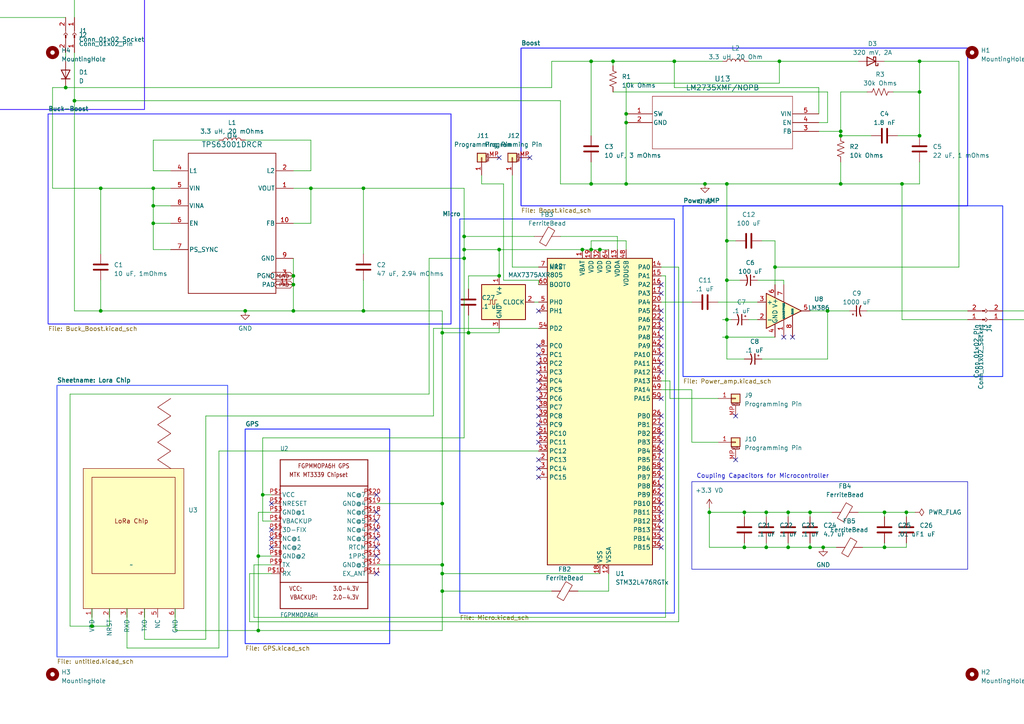
<source format=kicad_sch>
(kicad_sch (version 20231120) (generator "eeschema") (generator_version "8.0")
  (paper "A4")
  (lib_symbols
    (symbol "Adafruit Ultimate GPS Hat-eagle-import:GPS_FGPMMOPA6H"
      (property "Reference" "U" (at -12.7 22.86 0))
      (symbol "GPS_FGPMMOPA6H_1_0"
        (text "2.0-4.3V" (at 2.54 -20.32 0) (effects (font (size 1.27 1.0795)) (justify left bottom)))
        (text "3.0-4.3V" (at 2.54 -17.78 0) (effects (font (size 1.27 1.0795)) (justify left bottom)))
        (text "FGPMMOPA6H GPS" (at -7.62 17.78 0) (effects (font (size 1.27 1.0795)) (justify left bottom)))
        (text "MTK MT3339 Chipset" (at -10.16 15.24 0) (effects (font (size 1.27 1.0795)) (justify left bottom)))
        (text "VBACKUP:" (at -9.906 -20.32 0) (effects (font (size 1.27 1.0795)) (justify left bottom)))
        (text "VCC:" (at -10.16 -17.78 0) (effects (font (size 1.27 1.0795)) (justify left bottom)))
        (pin bidirectional line (at -15.24 10.16 0) (length 2.54) (name "VCC") (number "P$1"))
        (pin bidirectional line (at -15.24 -12.7 0) (length 2.54) (name "RX") (number "P$10"))
        (pin bidirectional line (at 15.24 -12.7 180) (length 2.54) (name "EX_ANT") (number "P$11"))
        (pin bidirectional line (at 15.24 -10.16 180) (length 2.54) (name "GND@3") (number "P$12"))
        (pin bidirectional line (at 15.24 -7.62 180) (length 2.54) (name "1PPS") (number "P$13"))
        (pin bidirectional line (at 15.24 -5.08 180) (length 2.54) (name "RTCM") (number "P$14"))
        (pin bidirectional line (at 15.24 -2.54 180) (length 2.54) (name "NC@3") (number "P$15"))
        (pin bidirectional line (at 15.24 0 180) (length 2.54) (name "NC@4") (number "P$16"))
        (pin bidirectional line (at 15.24 2.54 180) (length 2.54) (name "NC@5") (number "P$17"))
        (pin bidirectional line (at 15.24 5.08 180) (length 2.54) (name "NC@6") (number "P$18"))
        (pin bidirectional line (at 15.24 7.62 180) (length 2.54) (name "GND@4") (number "P$19"))
        (pin bidirectional line (at -15.24 7.62 0) (length 2.54) (name "NRESET") (number "P$2"))
        (pin bidirectional line (at 15.24 10.16 180) (length 2.54) (name "NC@7") (number "P$20"))
        (pin bidirectional line (at -15.24 5.08 0) (length 2.54) (name "GND@1") (number "P$3"))
        (pin bidirectional line (at -15.24 2.54 0) (length 2.54) (name "VBACKUP") (number "P$4"))
        (pin bidirectional line (at -15.24 0 0) (length 2.54) (name "3D-FIX") (number "P$5"))
        (pin bidirectional line (at -15.24 -2.54 0) (length 2.54) (name "NC@1") (number "P$6"))
        (pin bidirectional line (at -15.24 -5.08 0) (length 2.54) (name "NC@2") (number "P$7"))
        (pin bidirectional line (at -15.24 -7.62 0) (length 2.54) (name "GND@2") (number "P$8"))
        (pin bidirectional line (at -15.24 -10.16 0) (length 2.54) (name "TX") (number "P$9"))
      )
    )
    (symbol "Amplifier_Audio:LM386" (pin_names (offset 0.127))
      (property "Reference" "U" (at 1.27 7.62 0))
      (property "Value" "LM386" (at 1.27 5.08 0))
      (symbol "LM386_1_1"
        (pin input line (at 0 -7.62 90) (length 5.08) (name "GAIN") (number "1"))
        (pin input line (at -7.62 -2.54 0) (length 2.54) (name "-") (number "2"))
        (pin input line (at -7.62 2.54 0) (length 2.54) (name "+") (number "3"))
        (pin power_in line (at -2.54 -7.62 90) (length 3.81) (name "GND") (number "4"))
        (pin output line (at 7.62 0 180) (length 2.54) (name "~") (number "5"))
        (pin power_in line (at -2.54 7.62 270) (length 3.81) (name "V+") (number "6"))
        (pin input line (at 0 7.62 270) (length 5.08) (name "BYPASS") (number "7"))
        (pin input line (at 2.54 -7.62 90) (length 6.35) (name "GAIN") (number "8"))
      )
    )
    (symbol "Boost Chip:LM2735XMF_NOPB" (pin_names (offset 0.254))
      (property "Value" "LM2735XMF/NOPB" (at 27.94 7.62 0))
      (symbol "LM2735XMF_NOPB_0_1"
        (pin power_in line (at 0 0 0) (length 7.62) (name "SW") (number "1"))
        (pin power_in line (at 0 -2.54 0) (length 7.62) (name "GND") (number "2"))
        (pin input line (at 55.88 -5.08 180) (length 7.62) (name "FB") (number "3"))
        (pin input line (at 55.88 -2.54 180) (length 7.62) (name "EN") (number "4"))
        (pin power_in line (at 55.88 0 180) (length 7.62) (name "VIN") (number "5"))
      )
    )
    (symbol "Buck-Boost Chip:TPS63001DRCR" (pin_names (offset 0.254))
      (property "Reference" "U" (at 0 2.54 0))
      (property "Value" "TPS63001DRCR" (at 0 0 0))
      (symbol "TPS63001DRCR_0_1"
        (pin power_in line (at 17.78 10.16 180) (length 5.08) (name "VOUT") (number "1"))
        (pin input line (at 17.78 0 180) (length 5.08) (name "FB") (number "10"))
        (pin power_in line (at 17.78 -17.78 180) (length 5.08) (name "PAD") (number "11"))
        (pin unspecified line (at 17.78 15.24 180) (length 5.08) (name "L2") (number "2"))
        (pin power_in line (at 17.78 -15.24 180) (length 5.08) (name "PGND") (number "3"))
        (pin unspecified line (at -17.78 15.24 0) (length 5.08) (name "L1") (number "4"))
        (pin power_in line (at -17.78 10.16 0) (length 5.08) (name "VIN") (number "5"))
        (pin input line (at -17.78 0 0) (length 5.08) (name "EN") (number "6"))
        (pin input line (at -17.78 -7.62 0) (length 5.08) (name "PS_SYNC") (number "7"))
        (pin power_in line (at -17.78 5.08 0) (length 5.08) (name "VINA") (number "8"))
        (pin power_in line (at 17.78 -10.16 180) (length 5.08) (name "GND") (number "9"))
      )
    )
    (symbol "Connector:Conn_01x02_Pin" (pin_names (offset 1.016) hide)
      (property "Reference" "J" (at 0 2.54 0))
      (property "Value" "Conn_01x02_Pin" (at 0 -5.08 0))
      (symbol "Conn_01x02_Pin_1_1"
        (pin passive line (at 5.08 0 180) (length 3.81) (name "Pin_1") (number "1"))
        (pin passive line (at 5.08 -2.54 180) (length 3.81) (name "Pin_2") (number "2"))
      )
    )
    (symbol "Connector:Conn_01x02_Socket" (pin_names (offset 1.016) hide)
      (property "Reference" "J" (at 0 2.54 0))
      (property "Value" "Conn_01x02_Socket" (at 0 -5.08 0))
      (symbol "Conn_01x02_Socket_1_1"
        (pin passive line (at -5.08 0 0) (length 3.81) (name "Pin_1") (number "1"))
        (pin passive line (at -5.08 -2.54 0) (length 3.81) (name "Pin_2") (number "2"))
      )
    )
    (symbol "Connector_Generic_MountingPin:Conn_01x01_MountingPin" (pin_names (offset 1.016) hide)
      (property "Reference" "J" (at 0 2.54 0))
      (property "Value" "Conn_01x01_MountingPin" (at 1.27 -2.54 0))
      (symbol "Conn_01x01_MountingPin_1_1"
        (text "Mounting" (at 0 -1.651 0) (effects (font (size 0.381 0.381))))
        (pin passive line (at -5.08 0 0) (length 3.81) (name "Pin_1") (number "1"))
        (pin passive line (at 0 -5.08 90) (length 3.048) (name "MountPin") (number "MP"))
      )
    )
    (symbol "Device:Battery_Cell" (pin_numbers hide) (pin_names (offset 0) hide)
      (property "Reference" "BT" (at 2.54 2.54 0))
      (property "Value" "Battery_Cell" (at 2.54 0 0))
      (symbol "Battery_Cell_1_1"
        (pin passive line (at 0 5.08 270) (length 2.54) (name "+") (number "1"))
        (pin passive line (at 0 -2.54 90) (length 2.54) (name "-") (number "2"))
      )
    )
    (symbol "Device:C" (pin_numbers hide) (pin_names (offset 0.254))
      (property "Reference" "C" (at 0.635 2.54 0))
      (property "Value" "C" (at 0.635 -2.54 0))
      (symbol "C_1_1"
        (pin passive line (at 0 3.81 270) (length 2.794) (name "~") (number "1"))
        (pin passive line (at 0 -3.81 90) (length 2.794) (name "~") (number "2"))
      )
    )
    (symbol "Device:C_Polarized_Small_US" (pin_numbers hide) (pin_names (offset 0.254) hide)
      (property "Reference" "C" (at 0.254 1.778 0))
      (property "Value" "C_Polarized_Small_US" (at 0.254 -2.032 0))
      (symbol "C_Polarized_Small_US_1_1"
        (pin passive line (at 0 2.54 270) (length 2.032) (name "~") (number "1"))
        (pin passive line (at 0 -2.54 90) (length 2.032) (name "~") (number "2"))
      )
    )
    (symbol "Device:D" (pin_numbers hide) (pin_names (offset 1.016) hide)
      (property "Reference" "D" (at 0 2.54 0))
      (property "Value" "D" (at 0 -2.54 0))
      (symbol "D_1_1"
        (pin passive line (at -3.81 0 0) (length 2.54) (name "K") (number "1"))
        (pin passive line (at 3.81 0 180) (length 2.54) (name "A") (number "2"))
      )
    )
    (symbol "Device:D_Schottky" (pin_numbers hide) (pin_names (offset 1.016) hide)
      (property "Reference" "D" (at 0 2.54 0))
      (property "Value" "D_Schottky" (at 0 -2.54 0))
      (symbol "D_Schottky_1_1"
        (pin passive line (at -3.81 0 0) (length 2.54) (name "K") (number "1"))
        (pin passive line (at 3.81 0 180) (length 2.54) (name "A") (number "2"))
      )
    )
    (symbol "Device:FerriteBead" (pin_numbers hide) (pin_names (offset 0))
      (property "Reference" "FB" (at -3.81 0.635 90))
      (property "Value" "FerriteBead" (at 3.81 0 90))
      (symbol "FerriteBead_1_1"
        (pin passive line (at 0 3.81 270) (length 2.54) (name "~") (number "1"))
        (pin passive line (at 0 -3.81 90) (length 2.54) (name "~") (number "2"))
      )
    )
    (symbol "Device:L" (pin_numbers hide) (pin_names (offset 1.016) hide)
      (property "Reference" "L" (at -1.27 0 90))
      (property "Value" "L" (at 1.905 0 90))
      (symbol "L_1_1"
        (pin passive line (at 0 3.81 270) (length 1.27) (name "1") (number "1"))
        (pin passive line (at 0 -3.81 90) (length 1.27) (name "2") (number "2"))
      )
    )
    (symbol "Device:R_US" (pin_numbers hide) (pin_names (offset 0))
      (property "Reference" "R" (at 2.54 0 90))
      (property "Value" "R_US" (at -2.54 0 90))
      (symbol "R_US_1_1"
        (pin passive line (at 0 3.81 270) (length 1.27) (name "~") (number "1"))
        (pin passive line (at 0 -3.81 90) (length 1.27) (name "~") (number "2"))
      )
    )
    (symbol "Device:Speaker" (pin_names (offset 0) hide)
      (property "Reference" "LS" (at 1.27 5.715 0))
      (property "Value" "Speaker" (at 1.27 3.81 0))
      (symbol "Speaker_1_1"
        (pin input line (at -5.08 0 0) (length 2.54) (name "1") (number "1"))
        (pin input line (at -5.08 -2.54 0) (length 2.54) (name "2") (number "2"))
      )
    )
    (symbol "LoRa Chip:RYLR896"
      (property "Reference" "U" (at 0 0 0))
      (symbol "RYLR896_0_1"
        (text "LoRa Chip" (at 0 12.7 0) (effects (font (size 1.27 1.27))))
      )
      (symbol "RYLR896_1_1"
        (pin power_in line (at -11.43 -12.7 270) (length 2.54) (name "VDD") (number "1"))
        (pin input line (at -6.35 -12.7 270) (length 2.54) (name "NRST") (number "2"))
        (pin input line (at -1.27 -12.7 270) (length 2.54) (name "RXD") (number "3"))
        (pin output line (at 3.81 -12.7 270) (length 2.54) (name "TXD") (number "4"))
        (pin free line (at 7.62 -12.7 270) (length 2.54) (name "NC") (number "5"))
        (pin power_out line (at 12.7 -12.7 270) (length 2.54) (name "GND") (number "6"))
      )
    )
    (symbol "MCU_ST_STM32L4:STM32L476RGTx"
      (property "Reference" "U" (at -15.24 46.99 0))
      (property "Value" "STM32L476RGTx" (at 10.16 46.99 0))
      (symbol "STM32L476RGTx_1_1"
        (pin power_in line (at -5.08 48.26 270) (length 2.54) (name "VBAT") (number "1"))
        (pin bidirectional line (at -17.78 15.24 0) (length 2.54) (name "PC2") (number "10"))
        (pin bidirectional line (at -17.78 12.7 0) (length 2.54) (name "PC3") (number "11"))
        (pin power_in line (at 2.54 -45.72 90) (length 2.54) (name "VSSA") (number "12"))
        (pin power_in line (at 5.08 48.26 270) (length 2.54) (name "VDDA") (number "13"))
        (pin bidirectional line (at 17.78 43.18 180) (length 2.54) (name "PA0") (number "14"))
        (pin bidirectional line (at 17.78 40.64 180) (length 2.54) (name "PA1") (number "15"))
        (pin bidirectional line (at 17.78 38.1 180) (length 2.54) (name "PA2") (number "16"))
        (pin bidirectional line (at 17.78 35.56 180) (length 2.54) (name "PA3") (number "17"))
        (pin power_in line (at 0 -45.72 90) (length 2.54) (name "VSS") (number "18"))
        (pin power_in line (at -2.54 48.26 270) (length 2.54) (name "VDD") (number "19"))
        (pin bidirectional line (at -17.78 -12.7 0) (length 2.54) (name "PC13") (number "2"))
        (pin bidirectional line (at 17.78 33.02 180) (length 2.54) (name "PA4") (number "20"))
        (pin bidirectional line (at 17.78 30.48 180) (length 2.54) (name "PA5") (number "21"))
        (pin bidirectional line (at 17.78 27.94 180) (length 2.54) (name "PA6") (number "22"))
        (pin bidirectional line (at 17.78 25.4 180) (length 2.54) (name "PA7") (number "23"))
        (pin bidirectional line (at -17.78 10.16 0) (length 2.54) (name "PC4") (number "24"))
        (pin bidirectional line (at -17.78 7.62 0) (length 2.54) (name "PC5") (number "25"))
        (pin bidirectional line (at 17.78 0 180) (length 2.54) (name "PB0") (number "26"))
        (pin bidirectional line (at 17.78 -2.54 180) (length 2.54) (name "PB1") (number "27"))
        (pin bidirectional line (at 17.78 -5.08 180) (length 2.54) (name "PB2") (number "28"))
        (pin bidirectional line (at 17.78 -25.4 180) (length 2.54) (name "PB10") (number "29"))
        (pin bidirectional line (at -17.78 -15.24 0) (length 2.54) (name "PC14") (number "3"))
        (pin bidirectional line (at 17.78 -27.94 180) (length 2.54) (name "PB11") (number "30"))
        (pin passive line (at 0 -45.72 90) (length 2.54) hide (name "VSS") (number "31"))
        (pin power_in line (at 0 48.26 270) (length 2.54) (name "VDD") (number "32"))
        (pin bidirectional line (at 17.78 -30.48 180) (length 2.54) (name "PB12") (number "33"))
        (pin bidirectional line (at 17.78 -33.02 180) (length 2.54) (name "PB13") (number "34"))
        (pin bidirectional line (at 17.78 -35.56 180) (length 2.54) (name "PB14") (number "35"))
        (pin bidirectional line (at 17.78 -38.1 180) (length 2.54) (name "PB15") (number "36"))
        (pin bidirectional line (at -17.78 5.08 0) (length 2.54) (name "PC6") (number "37"))
        (pin bidirectional line (at -17.78 2.54 0) (length 2.54) (name "PC7") (number "38"))
        (pin bidirectional line (at -17.78 0 0) (length 2.54) (name "PC8") (number "39"))
        (pin bidirectional line (at -17.78 -17.78 0) (length 2.54) (name "PC15") (number "4"))
        (pin bidirectional line (at -17.78 -2.54 0) (length 2.54) (name "PC9") (number "40"))
        (pin bidirectional line (at 17.78 22.86 180) (length 2.54) (name "PA8") (number "41"))
        (pin bidirectional line (at 17.78 20.32 180) (length 2.54) (name "PA9") (number "42"))
        (pin bidirectional line (at 17.78 17.78 180) (length 2.54) (name "PA10") (number "43"))
        (pin bidirectional line (at 17.78 15.24 180) (length 2.54) (name "PA11") (number "44"))
        (pin bidirectional line (at 17.78 12.7 180) (length 2.54) (name "PA12") (number "45"))
        (pin bidirectional line (at 17.78 10.16 180) (length 2.54) (name "PA13") (number "46"))
        (pin passive line (at 0 -45.72 90) (length 2.54) hide (name "VSS") (number "47"))
        (pin power_in line (at 7.62 48.26 270) (length 2.54) (name "VDDUSB") (number "48"))
        (pin bidirectional line (at 17.78 7.62 180) (length 2.54) (name "PA14") (number "49"))
        (pin bidirectional line (at -17.78 33.02 0) (length 2.54) (name "PH0") (number "5"))
        (pin bidirectional line (at 17.78 5.08 180) (length 2.54) (name "PA15") (number "50"))
        (pin bidirectional line (at -17.78 -5.08 0) (length 2.54) (name "PC10") (number "51"))
        (pin bidirectional line (at -17.78 -7.62 0) (length 2.54) (name "PC11") (number "52"))
        (pin bidirectional line (at -17.78 -10.16 0) (length 2.54) (name "PC12") (number "53"))
        (pin bidirectional line (at -17.78 25.4 0) (length 2.54) (name "PD2") (number "54"))
        (pin bidirectional line (at 17.78 -7.62 180) (length 2.54) (name "PB3") (number "55"))
        (pin bidirectional line (at 17.78 -10.16 180) (length 2.54) (name "PB4") (number "56"))
        (pin bidirectional line (at 17.78 -12.7 180) (length 2.54) (name "PB5") (number "57"))
        (pin bidirectional line (at 17.78 -15.24 180) (length 2.54) (name "PB6") (number "58"))
        (pin bidirectional line (at 17.78 -17.78 180) (length 2.54) (name "PB7") (number "59"))
        (pin bidirectional line (at -17.78 30.48 0) (length 2.54) (name "PH1") (number "6"))
        (pin input line (at -17.78 38.1 0) (length 2.54) (name "BOOT0") (number "60"))
        (pin bidirectional line (at 17.78 -20.32 180) (length 2.54) (name "PB8") (number "61"))
        (pin bidirectional line (at 17.78 -22.86 180) (length 2.54) (name "PB9") (number "62"))
        (pin passive line (at 0 -45.72 90) (length 2.54) hide (name "VSS") (number "63"))
        (pin power_in line (at 2.54 48.26 270) (length 2.54) (name "VDD") (number "64"))
        (pin input line (at -17.78 43.18 0) (length 2.54) (name "NRST") (number "7"))
        (pin bidirectional line (at -17.78 20.32 0) (length 2.54) (name "PC0") (number "8"))
        (pin bidirectional line (at -17.78 17.78 0) (length 2.54) (name "PC1") (number "9"))
      )
    )
    (symbol "Mechanical:MountingHole" (pin_names (offset 1.016))
      (property "Reference" "H" (at 0 5.08 0))
      (property "Value" "MountingHole" (at 0 3.175 0))
    )
    (symbol "Oscillator:MAX7375AXR805" (pin_names (offset 0.254))
      (property "Reference" "U" (at -2.54 6.35 0))
      (property "Value" "MAX7375AXR805" (at 1.27 -6.35 0))
      (symbol "MAX7375AXR805_1_1"
        (pin power_in line (at 0 7.62 270) (length 2.54) (name "V+") (number "1"))
        (pin output line (at 10.16 0 180) (length 2.54) (name "CLOCK") (number "2"))
        (pin power_in line (at 0 -7.62 90) (length 2.54) (name "GND") (number "3"))
      )
    )
    (symbol "power:GND" (power) (pin_numbers hide) (pin_names (offset 0) hide)
      (property "Value" "GND" (at 0 -3.81 0))
      (symbol "GND_1_1"
        (pin power_in line (at 0 0 270) (length 0) (name "~") (number "1"))
      )
    )
    (symbol "power:PWR_FLAG" (power) (pin_numbers hide) (pin_names (offset 0) hide)
      (property "Value" "PWR_FLAG" (at 0 3.81 0))
      (symbol "PWR_FLAG_0_0"
        (pin power_out line (at 0 0 90) (length 0) (name "~") (number "1"))
      )
    )
    (symbol "power:VD" (power) (pin_numbers hide) (pin_names (offset 0) hide)
      (property "Value" "VD" (at 0 3.556 0))
      (symbol "VD_1_1"
        (pin power_in line (at 0 0 90) (length 0) (name "~") (number "1"))
      )
    )
  )
  (junction (at 85.09 82.55))
  (junction (at 128.27 96.52))
  (junction (at 105.41 90.17))
  (junction (at 90.17 54.61))
  (junction (at 256.54 158.75))
  (junction (at 128.27 146.05))
  (junction (at 181.61 53.34))
  (junction (at 210.82 69.85))
  (junction (at 210.82 53.34))
  (junction (at 243.84 39.37))
  (junction (at 171.45 17.78))
  (junction (at 85.09 90.17))
  (junction (at 74.93 182.88))
  (junction (at 173.99 72.39))
  (junction (at 215.9 158.75))
  (junction (at 224.79 77.47))
  (junction (at 256.54 148.59))
  (junction (at 128.27 171.45))
  (junction (at 44.45 59.69))
  (junction (at 105.41 54.61))
  (junction (at 134.62 68.58))
  (junction (at 135.89 96.52))
  (junction (at 261.62 53.34))
  (junction (at 19.05 25.4))
  (junction (at 204.47 53.34))
  (junction (at 181.61 35.56))
  (junction (at 228.6 148.59))
  (junction (at 210.82 92.71))
  (junction (at 177.8 17.78))
  (junction (at 181.61 33.02))
  (junction (at 171.45 53.34))
  (junction (at 44.45 54.61))
  (junction (at 222.25 148.59))
  (junction (at 215.9 148.59))
  (junction (at 128.27 166.37))
  (junction (at 266.7 17.78))
  (junction (at 238.76 158.75))
  (junction (at 44.45 64.77))
  (junction (at 21.59 29.21))
  (junction (at 134.62 74.93))
  (junction (at 144.78 72.39))
  (junction (at 144.78 80.01))
  (junction (at 234.95 148.59))
  (junction (at 243.84 38.1))
  (junction (at 234.95 158.75))
  (junction (at 205.74 148.59))
  (junction (at 76.2 143.51))
  (junction (at 74.93 161.29))
  (junction (at 228.6 158.75))
  (junction (at 85.09 80.01))
  (junction (at 210.82 97.79))
  (junction (at 26.67 181.61))
  (junction (at 240.03 90.17))
  (junction (at 266.7 39.37))
  (junction (at 262.89 148.59))
  (junction (at 168.91 72.39))
  (junction (at 195.58 17.78))
  (junction (at 29.21 90.17))
  (junction (at 128.27 163.83))
  (junction (at 226.06 17.78))
  (junction (at 266.7 26.67))
  (junction (at 71.12 90.17))
  (junction (at 243.84 53.34))
  (junction (at 134.62 72.39))
  (junction (at 210.82 81.28))
  (junction (at 171.45 72.39))
  (junction (at 222.25 158.75))
  (junction (at 29.21 54.61))
  (no_connect (at 156.21 133.35))
  (no_connect (at 156.21 110.49))
  (no_connect (at 191.77 123.19))
  (no_connect (at 213.36 133.35))
  (no_connect (at 191.77 125.73))
  (no_connect (at 156.21 115.57))
  (no_connect (at 191.77 146.05))
  (no_connect (at 109.22 153.67))
  (no_connect (at 156.21 90.17))
  (no_connect (at 156.21 105.41))
  (no_connect (at 109.22 156.21))
  (no_connect (at 191.77 120.65))
  (no_connect (at 191.77 148.59))
  (no_connect (at 191.77 92.71))
  (no_connect (at 191.77 82.55))
  (no_connect (at 191.77 151.13))
  (no_connect (at 78.74 158.75))
  (no_connect (at 78.74 146.05))
  (no_connect (at 109.22 151.13))
  (no_connect (at 191.77 100.33))
  (no_connect (at 156.21 107.95))
  (no_connect (at 213.36 120.65))
  (no_connect (at 191.77 115.57))
  (no_connect (at 109.22 158.75))
  (no_connect (at 229.87 97.79))
  (no_connect (at 156.21 138.43))
  (no_connect (at 191.77 143.51))
  (no_connect (at 144.78 45.72))
  (no_connect (at 109.22 148.59))
  (no_connect (at 156.21 113.03))
  (no_connect (at 227.33 97.79))
  (no_connect (at 78.74 153.67))
  (no_connect (at 156.21 100.33))
  (no_connect (at 191.77 90.17))
  (no_connect (at 78.74 156.21))
  (no_connect (at 191.77 156.21))
  (no_connect (at 191.77 102.87))
  (no_connect (at 156.21 135.89))
  (no_connect (at 191.77 140.97))
  (no_connect (at 109.22 143.51))
  (no_connect (at 191.77 97.79))
  (no_connect (at 191.77 153.67))
  (no_connect (at 156.21 123.19))
  (no_connect (at 109.22 161.29))
  (no_connect (at 156.21 102.87))
  (no_connect (at 191.77 85.09))
  (no_connect (at 191.77 138.43))
  (no_connect (at 156.21 120.65))
  (no_connect (at 191.77 130.81))
  (no_connect (at 191.77 135.89))
  (no_connect (at 191.77 95.25))
  (no_connect (at 191.77 128.27))
  (no_connect (at 191.77 105.41))
  (no_connect (at 191.77 107.95))
  (no_connect (at 153.67 45.72))
  (no_connect (at 156.21 118.11))
  (no_connect (at 156.21 125.73))
  (no_connect (at 191.77 158.75))
  (no_connect (at 156.21 128.27))
  (no_connect (at 191.77 133.35))
  (no_connect (at 109.22 166.37))
  (wire (pts (xy 176.53 166.37) (xy 176.53 171.45)))
  (wire (pts (xy 210.82 81.28) (xy 210.82 92.71)))
  (wire (pts (xy 240.03 90.17) (xy 246.38 90.17)))
  (wire (pts (xy 72.39 180.34) (xy 72.39 166.37)))
  (wire (pts (xy 194.31 115.57) (xy 208.28 115.57)))
  (wire (pts (xy 85.09 80.01) (xy 85.09 82.55)))
  (wire (pts (xy 124.46 114.3) (xy 124.46 74.93)))
  (wire (pts (xy 128.27 166.37) (xy 173.99 166.37)))
  (wire (pts (xy 195.58 25.4) (xy 237.49 25.4)))
  (wire (pts (xy 194.31 115.57) (xy 194.31 110.49)))
  (wire (pts (xy 290.83 92.71) (xy 297.18 92.71)))
  (wire (pts (xy 228.6 157.48) (xy 228.6 158.75)))
  (wire (pts (xy 260.35 39.37) (xy 266.7 39.37)))
  (wire (pts (xy 171.45 17.78) (xy 171.45 39.37)))
  (wire (pts (xy 234.95 90.17) (xy 240.03 90.17)))
  (wire (pts (xy 71.12 90.17) (xy 85.09 90.17)))
  (wire (pts (xy 135.89 80.01) (xy 144.78 80.01)))
  (wire (pts (xy 20.32 114.3) (xy 124.46 114.3)))
  (wire (pts (xy 74.93 182.88) (xy 128.27 182.88)))
  (wire (pts (xy 105.41 54.61) (xy 105.41 73.66)))
  (wire (pts (xy 26.67 176.53) (xy 26.67 181.61)))
  (wire (pts (xy 171.45 53.34) (xy 162.56 53.34)))
  (wire (pts (xy 105.41 81.28) (xy 105.41 90.17)))
  (wire (pts (xy 44.45 59.69) (xy 44.45 54.61)))
  (wire (pts (xy 210.82 104.14) (xy 215.9 104.14)))
  (wire (pts (xy 171.45 69.85) (xy 171.45 72.39)))
  (wire (pts (xy 85.09 74.93) (xy 85.09 80.01)))
  (wire (pts (xy 85.09 64.77) (xy 90.17 64.77)))
  (wire (pts (xy 177.8 17.78) (xy 195.58 17.78)))
  (wire (pts (xy 156.21 130.81) (xy 63.5 130.81)))
  (wire (pts (xy 210.82 92.71) (xy 209.55 92.71)))
  (wire (pts (xy 248.92 148.59) (xy 256.54 148.59)))
  (wire (pts (xy 59.69 120.65) (xy 59.69 185.42)))
  (wire (pts (xy 217.17 17.78) (xy 226.06 17.78)))
  (wire (pts (xy 139.7 50.8) (xy 139.7 53.34)))
  (wire (pts (xy 237.49 25.4) (xy 237.49 33.02)))
  (wire (pts (xy 73.66 163.83) (xy 78.74 163.83)))
  (wire (pts (xy 36.83 187.96) (xy 36.83 176.53)))
  (wire (pts (xy 200.66 128.27) (xy 208.28 128.27)))
  (wire (pts (xy 196.85 180.34) (xy 72.39 180.34)))
  (wire (pts (xy 240.03 35.56) (xy 237.49 35.56)))
  (wire (pts (xy -2.54 -21.59) (xy -8.89 -21.59)))
  (wire (pts (xy 85.09 90.17) (xy 105.41 90.17)))
  (wire (pts (xy 21.59 90.17) (xy 29.21 90.17)))
  (wire (pts (xy 205.74 158.75) (xy 215.9 158.75)))
  (wire (pts (xy 21.59 -6.35) (xy 21.59 5.08)))
  (wire (pts (xy 146.05 53.34) (xy 139.7 53.34)))
  (wire (pts (xy 167.64 171.45) (xy 176.53 171.45)))
  (wire (pts (xy 181.61 53.34) (xy 204.47 53.34)))
  (wire (pts (xy 8.89 -6.35) (xy 21.59 -6.35)))
  (wire (pts (xy 228.6 158.75) (xy 234.95 158.75)))
  (wire (pts (xy 109.22 163.83) (xy 128.27 163.83)))
  (wire (pts (xy 135.89 91.44) (xy 135.89 96.52)))
  (wire (pts (xy 76.2 143.51) (xy 76.2 127)))
  (wire (pts (xy 210.82 97.79) (xy 209.55 97.79)))
  (wire (pts (xy 74.93 161.29) (xy 74.93 182.88)))
  (wire (pts (xy 193.04 179.07) (xy 73.66 179.07)))
  (wire (pts (xy 19.05 15.24) (xy 19.05 17.78)))
  (wire (pts (xy 243.84 39.37) (xy 252.73 39.37)))
  (wire (pts (xy 148.59 50.8) (xy 148.59 77.47)))
  (wire (pts (xy -26.67 -24.13) (xy -26.67 5.08)))
  (wire (pts (xy 256.54 148.59) (xy 262.89 148.59)))
  (wire (pts (xy 193.04 80.01) (xy 193.04 179.07)))
  (wire (pts (xy 29.21 90.17) (xy 71.12 90.17)))
  (wire (pts (xy 256.54 17.78) (xy 266.7 17.78)))
  (wire (pts (xy 134.62 74.93) (xy 134.62 127)))
  (wire (pts (xy 50.8 182.88) (xy 74.93 182.88)))
  (wire (pts (xy 224.79 77.47) (xy 278.13 77.47)))
  (wire (pts (xy 21.59 29.21) (xy 162.56 29.21)))
  (wire (pts (xy 156.21 81.28) (xy 146.05 81.28)))
  (wire (pts (xy 78.74 148.59) (xy 74.93 148.59)))
  (wire (pts (xy 196.85 77.47) (xy 196.85 180.34)))
  (wire (pts (xy 44.45 49.53) (xy 49.53 49.53)))
  (wire (pts (xy 160.02 25.4) (xy 160.02 17.78)))
  (wire (pts (xy 15.24 25.4) (xy 19.05 25.4)))
  (wire (pts (xy 85.09 49.53) (xy 90.17 49.53)))
  (wire (pts (xy 243.84 26.67) (xy 243.84 38.1)))
  (wire (pts (xy 105.41 90.17) (xy 128.27 90.17)))
  (wire (pts (xy 208.28 87.63) (xy 219.71 87.63)))
  (wire (pts (xy 262.89 157.48) (xy 262.89 158.75)))
  (wire (pts (xy 222.25 157.48) (xy 222.25 158.75)))
  (wire (pts (xy 261.62 53.34) (xy 261.62 92.71)))
  (wire (pts (xy 191.77 87.63) (xy 200.66 87.63)))
  (wire (pts (xy 181.61 35.56) (xy 181.61 53.34)))
  (wire (pts (xy 256.54 157.48) (xy 256.54 158.75)))
  (wire (pts (xy 205.74 148.59) (xy 205.74 158.75)))
  (wire (pts (xy 243.84 46.99) (xy 243.84 53.34)))
  (wire (pts (xy 234.95 148.59) (xy 234.95 149.86)))
  (wire (pts (xy 156.21 82.55) (xy 156.21 81.28)))
  (wire (pts (xy 173.99 72.39) (xy 176.53 72.39)))
  (wire (pts (xy 226.06 24.13) (xy 181.61 24.13)))
  (wire (pts (xy 261.62 53.34) (xy 266.7 53.34)))
  (wire (pts (xy 8.89 -6.35) (xy 8.89 -13.97)))
  (wire (pts (xy 134.62 54.61) (xy 134.62 68.58)))
  (wire (pts (xy 49.53 64.77) (xy 44.45 64.77)))
  (wire (pts (xy 205.74 148.59) (xy 215.9 148.59)))
  (wire (pts (xy 181.61 72.39) (xy 181.61 69.85)))
  (wire (pts (xy 20.32 181.61) (xy 26.67 181.61)))
  (wire (pts (xy 251.46 90.17) (xy 280.67 90.17)))
  (wire (pts (xy 210.82 81.28) (xy 214.63 81.28)))
  (wire (pts (xy 226.06 24.13) (xy 226.06 17.78)))
  (wire (pts (xy 215.9 158.75) (xy 222.25 158.75)))
  (wire (pts (xy -26.67 5.08) (xy 19.05 5.08)))
  (wire (pts (xy 29.21 81.28) (xy 29.21 90.17)))
  (wire (pts (xy 266.7 17.78) (xy 266.7 26.67)))
  (wire (pts (xy 181.61 24.13) (xy 181.61 33.02)))
  (wire (pts (xy 210.82 69.85) (xy 210.82 81.28)))
  (wire (pts (xy 224.79 97.79) (xy 210.82 97.79)))
  (wire (pts (xy 205.74 147.32) (xy 205.74 148.59)))
  (wire (pts (xy 72.39 166.37) (xy 78.74 166.37)))
  (wire (pts (xy 177.8 17.78) (xy 177.8 19.05)))
  (wire (pts (xy 124.46 74.93) (xy 134.62 74.93)))
  (wire (pts (xy 234.95 158.75) (xy 238.76 158.75)))
  (wire (pts (xy 215.9 157.48) (xy 215.9 158.75)))
  (wire (pts (xy 156.21 77.47) (xy 148.59 77.47)))
  (wire (pts (xy 220.98 104.14) (xy 240.03 104.14)))
  (wire (pts (xy 44.45 40.64) (xy 44.45 49.53)))
  (wire (pts (xy 217.17 92.71) (xy 219.71 92.71)))
  (wire (pts (xy 144.78 96.52) (xy 135.89 96.52)))
  (wire (pts (xy 44.45 40.64) (xy 63.5 40.64)))
  (wire (pts (xy 125.73 120.65) (xy 59.69 120.65)))
  (wire (pts (xy 278.13 17.78) (xy 278.13 77.47)))
  (wire (pts (xy 109.22 146.05) (xy 128.27 146.05)))
  (wire (pts (xy 44.45 54.61) (xy 49.53 54.61)))
  (wire (pts (xy 90.17 40.64) (xy 90.17 49.53)))
  (wire (pts (xy 144.78 72.39) (xy 144.78 80.01)))
  (wire (pts (xy 154.94 87.63) (xy 156.21 87.63)))
  (wire (pts (xy 256.54 148.59) (xy 256.54 149.86)))
  (wire (pts (xy 73.66 179.07) (xy 73.66 163.83)))
  (wire (pts (xy 237.49 38.1) (xy 243.84 38.1)))
  (wire (pts (xy 210.82 53.34) (xy 210.82 69.85)))
  (wire (pts (xy 243.84 26.67) (xy 251.46 26.67)))
  (wire (pts (xy 128.27 90.17) (xy 128.27 96.52)))
  (wire (pts (xy 19.05 25.4) (xy 160.02 25.4)))
  (wire (pts (xy 266.7 26.67) (xy 266.7 39.37)))
  (wire (pts (xy 222.25 148.59) (xy 222.25 149.86)))
  (wire (pts (xy 224.79 77.47) (xy 224.79 82.55)))
  (wire (pts (xy 191.77 80.01) (xy 193.04 80.01)))
  (wire (pts (xy 266.7 17.78) (xy 278.13 17.78)))
  (wire (pts (xy 227.33 82.55) (xy 227.33 81.28)))
  (wire (pts (xy 76.2 151.13) (xy 78.74 151.13)))
  (wire (pts (xy 228.6 148.59) (xy 228.6 149.86)))
  (wire (pts (xy 49.53 72.39) (xy 44.45 72.39)))
  (wire (pts (xy 171.45 72.39) (xy 173.99 72.39)))
  (wire (pts (xy 243.84 53.34) (xy 261.62 53.34)))
  (wire (pts (xy 21.59 15.24) (xy 21.59 29.21)))
  (wire (pts (xy 262.89 148.59) (xy 265.43 148.59)))
  (wire (pts (xy 162.56 68.58) (xy 179.07 68.58)))
  (wire (pts (xy 3.81 -21.59) (xy 3.81 -13.97)))
  (wire (pts (xy 63.5 187.96) (xy 36.83 187.96)))
  (wire (pts (xy 179.07 72.39) (xy 179.07 68.58)))
  (wire (pts (xy 219.71 81.28) (xy 227.33 81.28)))
  (wire (pts (xy 210.82 53.34) (xy 243.84 53.34)))
  (wire (pts (xy -15.24 -21.59) (xy -15.24 -24.13)))
  (wire (pts (xy 162.56 53.34) (xy 162.56 29.21)))
  (wire (pts (xy 240.03 26.67) (xy 240.03 35.56)))
  (wire (pts (xy 194.31 110.49) (xy 191.77 110.49)))
  (wire (pts (xy -8.89 -13.97) (xy -15.24 -13.97)))
  (wire (pts (xy 226.06 17.78) (xy 248.92 17.78)))
  (wire (pts (xy 266.7 46.99) (xy 266.7 53.34)))
  (wire (pts (xy 15.24 25.4) (xy 15.24 54.61)))
  (wire (pts (xy 195.58 17.78) (xy 209.55 17.78)))
  (wire (pts (xy 90.17 54.61) (xy 105.41 54.61)))
  (wire (pts (xy 85.09 54.61) (xy 90.17 54.61)))
  (wire (pts (xy 215.9 148.59) (xy 215.9 149.86)))
  (wire (pts (xy -26.67 -24.13) (xy -15.24 -24.13)))
  (wire (pts (xy 238.76 158.75) (xy 242.57 158.75)))
  (wire (pts (xy 135.89 96.52) (xy 128.27 96.52)))
  (wire (pts (xy 171.45 53.34) (xy 181.61 53.34)))
  (wire (pts (xy 220.98 69.85) (xy 224.79 69.85)))
  (wire (pts (xy 168.91 72.39) (xy 171.45 72.39)))
  (wire (pts (xy 210.82 69.85) (xy 213.36 69.85)))
  (wire (pts (xy 85.09 82.55) (xy 85.09 90.17)))
  (wire (pts (xy 262.89 148.59) (xy 262.89 149.86)))
  (wire (pts (xy 222.25 158.75) (xy 228.6 158.75)))
  (wire (pts (xy 191.77 113.03) (xy 200.66 113.03)))
  (wire (pts (xy 134.62 68.58) (xy 134.62 72.39)))
  (wire (pts (xy 21.59 29.21) (xy 21.59 90.17)))
  (wire (pts (xy 78.74 161.29) (xy 74.93 161.29)))
  (wire (pts (xy 76.2 143.51) (xy 76.2 151.13)))
  (wire (pts (xy 144.78 95.25) (xy 144.78 96.52)))
  (wire (pts (xy 241.3 148.59) (xy 234.95 148.59)))
  (wire (pts (xy 15.24 54.61) (xy 29.21 54.61)))
  (wire (pts (xy 134.62 74.93) (xy 134.62 72.39)))
  (wire (pts (xy 76.2 127) (xy 134.62 127)))
  (wire (pts (xy 222.25 148.59) (xy 228.6 148.59)))
  (wire (pts (xy 41.91 185.42) (xy 59.69 185.42)))
  (wire (pts (xy 74.93 148.59) (xy 74.93 161.29)))
  (wire (pts (xy 128.27 171.45) (xy 128.27 182.88)))
  (wire (pts (xy -8.89 -21.59) (xy -8.89 -13.97)))
  (wire (pts (xy 191.77 77.47) (xy 196.85 77.47)))
  (wire (pts (xy 125.73 95.25) (xy 156.21 95.25)))
  (wire (pts (xy 78.74 143.51) (xy 76.2 143.51)))
  (wire (pts (xy 128.27 166.37) (xy 128.27 171.45)))
  (wire (pts (xy 134.62 72.39) (xy 144.78 72.39)))
  (wire (pts (xy 240.03 90.17) (xy 240.03 104.14)))
  (wire (pts (xy 3.81 -13.97) (xy -2.54 -13.97)))
  (wire (pts (xy 250.19 158.75) (xy 256.54 158.75)))
  (wire (pts (xy 31.75 176.53) (xy 31.75 181.61)))
  (wire (pts (xy 20.32 181.61) (xy 20.32 114.3)))
  (wire (pts (xy 224.79 69.85) (xy 224.79 77.47)))
  (wire (pts (xy 105.41 54.61) (xy 134.62 54.61)))
  (wire (pts (xy 200.66 113.03) (xy 200.66 128.27)))
  (wire (pts (xy 259.08 26.67) (xy 266.7 26.67)))
  (wire (pts (xy 228.6 148.59) (xy 234.95 148.59)))
  (wire (pts (xy 29.21 54.61) (xy 44.45 54.61)))
  (wire (pts (xy 90.17 64.77) (xy 90.17 54.61)))
  (wire (pts (xy 128.27 146.05) (xy 128.27 163.83)))
  (wire (pts (xy 160.02 17.78) (xy 171.45 17.78)))
  (wire (pts (xy 26.67 181.61) (xy 31.75 181.61)))
  (wire (pts (xy 41.91 185.42) (xy 41.91 176.53)))
  (wire (pts (xy 125.73 95.25) (xy 125.73 120.65)))
  (wire (pts (xy 215.9 148.59) (xy 222.25 148.59)))
  (wire (pts (xy 234.95 157.48) (xy 234.95 158.75)))
  (wire (pts (xy 29.21 54.61) (xy 29.21 73.66)))
  (wire (pts (xy 8.89 -21.59) (xy 3.81 -21.59)))
  (wire (pts (xy 243.84 38.1) (xy 243.84 39.37)))
  (wire (pts (xy 135.89 83.82) (xy 135.89 80.01)))
  (wire (pts (xy 71.12 40.64) (xy 90.17 40.64)))
  (wire (pts (xy 210.82 92.71) (xy 210.82 97.79)))
  (wire (pts (xy 171.45 46.99) (xy 171.45 53.34)))
  (wire (pts (xy 181.61 33.02) (xy 181.61 35.56)))
  (wire (pts (xy 181.61 69.85) (xy 171.45 69.85)))
  (wire (pts (xy 195.58 17.78) (xy 195.58 25.4)))
  (wire (pts (xy 49.53 59.69) (xy 44.45 59.69)))
  (wire (pts (xy 44.45 64.77) (xy 44.45 59.69)))
  (wire (pts (xy 210.82 92.71) (xy 212.09 92.71)))
  (wire (pts (xy 204.47 53.34) (xy 210.82 53.34)))
  (wire (pts (xy 171.45 17.78) (xy 177.8 17.78)))
  (wire (pts (xy 177.8 26.67) (xy 240.03 26.67)))
  (wire (pts (xy 262.89 158.75) (xy 256.54 158.75)))
  (wire (pts (xy 290.83 90.17) (xy 297.18 90.17)))
  (wire (pts (xy 144.78 72.39) (xy 168.91 72.39)))
  (wire (pts (xy 210.82 104.14) (xy 210.82 97.79)))
  (wire (pts (xy 128.27 171.45) (xy 160.02 171.45)))
  (wire (pts (xy 128.27 96.52) (xy 128.27 146.05)))
  (wire (pts (xy 63.5 130.81) (xy 63.5 187.96)))
  (wire (pts (xy 128.27 166.37) (xy 128.27 163.83)))
  (wire (pts (xy 50.8 176.53) (xy 50.8 182.88)))
  (wire (pts (xy 261.62 92.71) (xy 280.67 92.71)))
  (wire (pts (xy 146.05 81.28) (xy 146.05 53.34)))
  (wire (pts (xy 44.45 72.39) (xy 44.45 64.77)))
  (wire (pts (xy 154.94 68.58) (xy 134.62 68.58)))
  (rectangle (start -19.05 -22.86) (end 12.7 -12.7))
  (rectangle (start 200.66 139.7) (end 280.67 165.1))
  (text "Coupling Capacitors for Microcontroller" (at 221.234 138.176 0) (effects (font (size 1.27 1.27))))
  (text "Battery \"Box\"" (at 15.24 -15.24 0) (effects (font (size 1.27 1.27)) (justify left bottom)))
  (global_label "PGND" (shape bidirectional) (at 85.09 80.01 180) (effects (font (size 1.016 1.016))) (property "Intersheetrefs" "${INTERSHEET_REFS}" (effects (hide yes))))
  (global_label "PAD" (shape bidirectional) (at 85.09 82.55 180) (effects (font (size 1.016 1.016))) (property "Intersheetrefs" "${INTERSHEET_REFS}" (effects (hide yes))))
  (symbol (lib_id "Connector_Generic_MountingPin:Conn_01x01_MountingPin") (at 213.36 115.57 0) (unit 1)
    (property "Reference" "J9" (at 215.9 114.6555 0) (effects (justify left)))
    (property "Value" "Programming Pin" (at 215.9 117.1955 0) (effects (justify left)))
    (property "Description" "Generic connectable mounting pin connector, single row, 01x01, script generated (kicad-library-utils/schlib/autogen/connector/)" (effects (hide yes)))
  )
  (symbol (lib_id "Device:C") (at 262.89 153.67 0) (unit 1)
    (property "Reference" "C26" (at 266.7 152.3999 0) (effects (justify left)))
    (property "Value" "1 uF" (at 266.7 154.9399 0) (effects (justify left)))
    (property "Description" "Unpolarized capacitor" (effects (hide yes)))
  )
  (symbol (lib_id "Device:L") (at 213.36 17.78 90) (unit 1)
    (property "Reference" "L2" (at 213.36 13.97 90))
    (property "Value" "3.3 uH, 20 Ohm" (at 213.36 16.51 90))
  )
  (symbol (lib_id "power:GND") (at 204.47 53.34 0) (unit 1)
    (property "Reference" "#PWR06" (effects (hide yes)))
    (property "Value" "GND" (at 204.47 58.42 0))
    (property "Description" "Power symbol creates a global label with name \"GND\" , ground" (effects (hide yes)))
  )
  (symbol (lib_id "Oscillator:MAX7375AXR805") (at 144.78 87.63 0) (unit 1)
    (property "Reference" "U12" (at 163.322 77.216 0) (effects (justify right)))
    (property "Value" "MAX7375AXR805" (at 163.322 79.756 0) (effects (justify right)))
    (property "Footprint" "Package_TO_SOT_SMD:SOT-323_SC-70" (effects (hide yes)))
    (property "Datasheet" "https://datasheets.maximintegrated.com/en/ds/MAX7375.pdf" (effects (hide yes)))
    (property "Description" "Silicon Clock Oscillator 8MHz, SC-70-3" (effects (hide yes)))
  )
  (symbol (lib_id "Device:C") (at 204.47 87.63 90) (unit 1)
    (property "Reference" "C11" (at 204.47 81.28 90))
    (property "Value" ".1 uF" (at 204.47 83.82 90))
  )
  (symbol (lib_id "Device:C") (at 171.45 43.18 0) (unit 1)
    (property "Reference" "C3" (at 175.26 42.545 0) (effects (justify left)))
    (property "Value" "10 uF, 3 mOhms" (at 175.26 45.085 0) (effects (justify left)))
    (property "Footprint" "Capacitor_SMD:C_0805_2012Metric_Pad1.18x1.45mm_HandSolder" (effects (hide yes)))
  )
  (symbol (lib_id "Device:Battery_Cell") (at -15.24 -16.51 0) (unit 1)
    (property "Reference" "BT1" (at -19.05 -29.21 0) (effects (justify left)))
    (property "Value" "1.5V" (at -19.05 -26.67 0) (effects (justify left)))
  )
  (symbol (lib_id "Mechanical:MountingHole") (at 281.94 15.24 0) (unit 1)
    (property "Reference" "H1" (at 284.48 14.605 0) (effects (justify left)))
    (property "Value" "MountingHole" (at 284.48 17.145 0) (effects (justify left)))
  )
  (symbol (lib_id "Device:C") (at 217.17 69.85 90) (unit 1)
    (property "Reference" "C12" (at 217.17 62.23 90))
    (property "Value" "100 uF" (at 217.17 64.77 90))
  )
  (symbol (lib_id "MCU_ST_STM32L4:STM32L476RGTx") (at 173.99 120.65 0) (unit 1)
    (property "Reference" "U1" (at 178.4859 166.37 0) (effects (justify left)))
    (property "Value" "STM32L476RGTx" (at 178.4859 168.91 0) (effects (justify left)))
    (property "Footprint" "STM32 Chip:LQFP-64_10x10mm_P0.5mm" (effects (hide yes)))
    (property "Datasheet" "https://www.st.com/resource/en/datasheet/stm32l476rg.pdf" (effects (hide yes)))
  )
  (symbol (lib_id "Device:R_US") (at 255.27 26.67 90) (unit 1)
    (property "Reference" "R3" (at 255.27 21.59 90))
    (property "Value" "30k Ohms" (at 255.27 24.13 90))
  )
  (symbol (lib_id "Device:C_Polarized_Small_US") (at 218.44 104.14 270) (unit 1)
    (property "Reference" "C8" (at 218.8718 99.06 90))
    (property "Value" ".1 uF" (at 218.8718 101.6 90))
  )
  (symbol (lib_id "Device:C") (at 215.9 153.67 0) (unit 1)
    (property "Reference" "C21" (at 219.71 152.3999 0) (effects (justify left)))
    (property "Value" ".1 uF" (at 219.71 154.9399 0) (effects (justify left)))
    (property "Description" "Unpolarized capacitor" (effects (hide yes)))
  )
  (symbol (lib_id "Connector_Generic_MountingPin:Conn_01x01_MountingPin") (at 148.59 45.72 90) (unit 1)
    (property "Reference" "J12" (at 148.9456 39.37 90))
    (property "Value" "Programming Pin" (at 148.9456 41.91 90))
    (property "Description" "Generic connectable mounting pin connector, single row, 01x01, script generated (kicad-library-utils/schlib/autogen/connector/)" (effects (hide yes)))
  )
  (symbol (lib_id "Connector:Conn_01x02_Pin") (at 21.59 10.16 270) (unit 1)
    (property "Reference" "J2" (at 22.86 10.16 90) (effects (justify left)))
    (property "Value" "Conn_01x02_Pin" (at 22.86 12.7 90) (effects (justify left)))
  )
  (symbol (lib_id "Device:Speaker") (at 302.26 90.17 0) (unit 1)
    (property "Reference" "LS1" (at 307.34 90.805 0) (effects (justify left)))
    (property "Value" "Speaker" (at 307.34 93.345 0) (effects (justify left)))
  )
  (symbol (lib_id "power:GND") (at 238.76 158.75 0) (unit 1)
    (property "Reference" "#PWR03" (effects (hide yes)))
    (property "Value" "GND" (at 238.76 163.83 0))
    (property "Description" "Power symbol creates a global label with name \"GND\" , ground" (effects (hide yes)))
  )
  (symbol (lib_id "Mechanical:MountingHole") (at 15.24 15.24 0) (unit 1)
    (property "Reference" "H4" (at 17.78 14.605 0) (effects (justify left)))
    (property "Value" "MountingHole" (at 17.78 17.145 0) (effects (justify left)))
  )
  (symbol (lib_id "Connector:Conn_01x02_Pin") (at 285.75 92.71 180) (unit 1)
    (property "Reference" "J3" (at 285.75 93.98 90) (effects (justify left)))
    (property "Value" "Conn_01x02_Pin" (at 283.21 93.98 90) (effects (justify left)))
    (property "Footprint" "Connector_JST:JST_ZH_B2B-ZR-SM4-TF_1x02-1MP_P1.50mm_Vertical" (effects (hide yes)))
  )
  (symbol (lib_id "Device:C_Polarized_Small_US") (at 248.92 90.17 90) (unit 1)
    (property "Reference" "C9" (at 248.4882 85.09 90))
    (property "Value" "1000 uF" (at 248.4882 87.63 90))
  )
  (symbol (lib_id "Device:C") (at 266.7 43.18 0) (unit 1)
    (property "Reference" "C5" (at 270.51 42.545 0) (effects (justify left)))
    (property "Value" "22 uF, 1 mOhms" (at 270.51 45.085 0) (effects (justify left)))
    (property "Footprint" "Capacitor_SMD:C_0805_2012Metric_Pad1.18x1.45mm_HandSolder" (effects (hide yes)))
  )
  (symbol (lib_id "Connector:Conn_01x02_Socket") (at 21.59 10.16 270) (unit 1)
    (property "Reference" "J1" (at 22.86 8.89 90) (effects (justify left)))
    (property "Value" "Conn_01x02_Socket" (at 22.86 11.43 90) (effects (justify left)))
  )
  (symbol (lib_id "power:PWR_FLAG") (at 265.43 148.59 270) (unit 1)
    (property "Reference" "#FLG02" (effects (hide yes)))
    (property "Value" "PWR_FLAG" (at 269.24 148.5899 90) (effects (justify left)))
    (property "Description" "Special symbol for telling ERC where power comes from" (effects (hide yes)))
  )
  (symbol (lib_id "Device:R_US") (at 243.84 43.18 0) (unit 1)
    (property "Reference" "R2" (at 246.38 42.545 0) (effects (justify left)))
    (property "Value" "10k Ohms" (at 246.38 45.085 0) (effects (justify left)))
  )
  (symbol (lib_id "Device:D_Schottky") (at 252.73 17.78 180) (unit 1)
    (property "Reference" "D3" (at 253.0475 12.7 0))
    (property "Value" "320 mV, 2A" (at 253.0475 15.24 0))
    (property "Footprint" "Schottky:Schottky" (effects (hide yes)))
  )
  (symbol (lib_id "Device:FerriteBead") (at 163.83 171.45 90) (unit 1)
    (property "Reference" "FB2" (at 163.7792 165.1 90))
    (property "Value" "FerriteBead" (at 163.7792 167.64 90))
    (property "Footprint" "Ferrite_THT:LairdTech_28C0236-0JW-10" (effects (hide yes)))
  )
  (symbol (lib_id "Device:FerriteBead") (at 158.75 68.58 90) (unit 1)
    (property "Reference" "FB3" (at 158.6992 62.23 90))
    (property "Value" "FerriteBead" (at 158.6992 64.77 90))
    (property "Footprint" "Ferrite_THT:LairdTech_28C0236-0JW-10" (effects (hide yes)))
  )
  (symbol (lib_id "Mechanical:MountingHole") (at 281.94 195.58 0) (unit 1)
    (property "Reference" "H2" (at 284.48 194.945 0) (effects (justify left)))
    (property "Value" "MountingHole" (at 284.48 197.485 0) (effects (justify left)))
  )
  (symbol (lib_id "Connector_Generic_MountingPin:Conn_01x01_MountingPin") (at 139.7 45.72 90) (unit 1)
    (property "Reference" "J11" (at 140.0556 39.37 90))
    (property "Value" "Programming Pin" (at 140.0556 41.91 90))
    (property "Description" "Generic connectable mounting pin connector, single row, 01x01, script generated (kicad-library-utils/schlib/autogen/connector/)" (effects (hide yes)))
  )
  (symbol (lib_id "Device:Battery_Cell") (at 8.89 -16.51 0) (unit 1)
    (property "Reference" "BT3" (at 6.35 -29.21 0) (effects (justify left)))
    (property "Value" "1.5V" (at 6.35 -26.67 0) (effects (justify left)))
  )
  (symbol (lib_id "Device:C") (at 105.41 77.47 0) (unit 1)
    (property "Reference" "C2" (at 109.22 76.835 0) (effects (justify left)))
    (property "Value" "47 uF, 2.94 mOhms" (at 109.22 79.375 0) (effects (justify left)))
  )
  (symbol (lib_id "Device:D") (at 19.05 21.59 90) (unit 1)
    (property "Reference" "D1" (at 22.86 20.955 90) (effects (justify right)))
    (property "Value" "D" (at 22.86 23.495 90) (effects (justify right)))
    (property "Footprint" "Schottky:Schottky" (effects (hide yes)))
    (property "Sim.Device" "D" (effects (hide yes)))
    (property "Sim.Pins" "1=K 2=A" (effects (hide yes)))
  )
  (symbol (lib_id "power:VD") (at 205.74 147.32 0) (unit 1)
    (property "Reference" "#PWR01" (effects (hide yes)))
    (property "Value" "+3.3 VD" (at 205.74 142.24 0))
    (property "Description" "Power symbol creates a global label with name \"VD\"" (effects (hide yes)))
  )
  (symbol (lib_id "Device:FerriteBead") (at 245.11 148.59 90) (unit 1)
    (property "Reference" "FB4" (at 245.0592 140.97 90))
    (property "Value" "FerriteBead" (at 245.0592 143.51 90))
  )
  (symbol (lib_id "Mechanical:MountingHole") (at 15.24 195.58 0) (unit 1)
    (property "Reference" "H3" (at 17.78 194.945 0) (effects (justify left)))
    (property "Value" "MountingHole" (at 17.78 197.485 0) (effects (justify left)))
  )
  (symbol (lib_id "Device:C_Polarized_Small_US") (at 214.63 92.71 270) (unit 1)
    (property "Reference" "C7" (at 215.0618 87.63 90))
    (property "Value" ".1 uF" (at 215.0618 90.17 90))
  )
  (symbol (lib_id "Connector:Conn_01x02_Socket") (at 285.75 92.71 180) (unit 1)
    (property "Reference" "J4" (at 287.02 93.98 90) (effects (justify left)))
    (property "Value" "Conn_01x02_Socket" (at 284.48 93.98 90) (effects (justify left)))
  )
  (symbol (lib_id "Buck-Boost Chip:TPS63001DRCR") (at 67.31 64.77 0) (unit 1)
    (property "Reference" "U4" (at 67.31 39.37 0) (effects (font (size 1.524 1.524))))
    (property "Value" "TPS63001DRCR" (at 67.31 41.91 0) (effects (font (size 1.524 1.524))))
    (property "Footprint" "Buck-Boost:DRC0010J" (effects (hide yes)))
    (property "Datasheet" "TPS63001DRCR" (effects (hide yes)))
  )
  (symbol (lib_id "Device:C") (at 234.95 153.67 0) (unit 1)
    (property "Reference" "C24" (at 238.76 152.3999 0) (effects (justify left)))
    (property "Value" "4.7 uF" (at 238.76 154.9399 0) (effects (justify left)))
    (property "Description" "Unpolarized capacitor" (effects (hide yes)))
  )
  (symbol (lib_id "Device:Battery_Cell") (at -2.54 -16.51 0) (unit 1)
    (property "Reference" "BT2" (at -6.35 -29.21 0) (effects (justify left)))
    (property "Value" "1.5V" (at -6.35 -26.67 0) (effects (justify left)))
  )
  (symbol (lib_id "Device:C") (at 222.25 153.67 0) (unit 1)
    (property "Reference" "C22" (at 226.06 152.3999 0) (effects (justify left)))
    (property "Value" ".1 uF" (at 226.06 154.9399 0) (effects (justify left)))
    (property "Description" "Unpolarized capacitor" (effects (hide yes)))
  )
  (symbol (lib_id "LoRa Chip:RYLR896") (at 38.1 163.83 0) (unit 1)
    (property "Reference" "U3" (at 54.61 147.955 0) (effects (justify left)))
    (property "Value" "~" (at 38.1 163.83 0))
    (property "Footprint" "LoRa Chip:LoRa Chip" (effects (hide yes)))
  )
  (symbol (lib_id "Amplifier_Audio:LM386") (at 227.33 90.17 0) (unit 1)
    (property "Reference" "U8" (at 237.49 86.7411 0))
    (property "Value" "LM386" (at 237.49 89.2811 0))
    (property "Footprint" "LM386:LM386" (effects (hide yes)))
    (property "Datasheet" "http://www.ti.com/lit/ds/symlink/lm386.pdf" (effects (hide yes)))
  )
  (symbol (lib_id "Device:C") (at 256.54 39.37 90) (unit 1)
    (property "Reference" "C4" (at 256.54 33.02 90))
    (property "Value" "1.8 nF" (at 256.54 35.56 90))
    (property "Footprint" "Capacitor_SMD:C_0805_2012Metric_Pad1.18x1.45mm_HandSolder" (effects (hide yes)))
  )
  (symbol (lib_id "power:GND") (at 71.12 90.17 0) (unit 1)
    (property "Reference" "#PWR05" (effects (hide yes)))
    (property "Value" "GND" (at 71.12 95.25 0))
    (property "Description" "Power symbol creates a global label with name \"GND\" , ground" (effects (hide yes)))
  )
  (symbol (lib_id "Device:C") (at 29.21 77.47 0) (unit 1)
    (property "Reference" "C1" (at 33.02 76.835 0) (effects (justify left)))
    (property "Value" "10 uF, 1mOhms" (at 33.02 79.375 0) (effects (justify left)))
    (property "Footprint" "Capacitor_SMD:C_0805_2012Metric_Pad1.18x1.45mm_HandSolder" (effects (hide yes)))
  )
  (symbol (lib_id "Adafruit Ultimate GPS Hat-eagle-import:GPS_FGPMMOPA6H") (at 93.98 153.67 0) (unit 1)
    (property "Reference" "U2" (at 81.28 130.81 0) (effects (font (size 1.27 1.0795)) (justify left bottom)))
    (property "Value" "FGPMMOPA6H" (at 81.28 179.07 0) (effects (font (size 1.27 1.0795)) (justify left bottom)))
    (property "Footprint" "GPS Module:FGPMMOPA6H" (effects (hide yes)))
  )
  (symbol (lib_id "Device:FerriteBead") (at 246.38 158.75 90) (unit 1)
    (property "Reference" "FB5" (at 246.3292 151.13 90))
    (property "Value" "FerriteBead" (at 246.3292 153.67 90))
  )
  (symbol (lib_id "Connector_Generic_MountingPin:Conn_01x01_MountingPin") (at 213.36 128.27 0) (unit 1)
    (property "Reference" "J10" (at 215.9 127.3555 0) (effects (justify left)))
    (property "Value" "Programming Pin" (at 215.9 129.8955 0) (effects (justify left)))
    (property "Description" "Generic connectable mounting pin connector, single row, 01x01, script generated (kicad-library-utils/schlib/autogen/connector/)" (effects (hide yes)))
  )
  (symbol (lib_id "Device:R_US") (at 177.8 22.86 0) (unit 1)
    (property "Reference" "R1" (at 180.34 22.225 0) (effects (justify left)))
    (property "Value" "10k Ohms" (at 180.34 24.765 0) (effects (justify left)))
  )
  (symbol (lib_id "Device:C") (at 256.54 153.67 0) (unit 1)
    (property "Reference" "C25" (at 260.35 152.3999 0) (effects (justify left)))
    (property "Value" ".01 uF" (at 260.35 154.9399 0) (effects (justify left)))
    (property "Description" "Unpolarized capacitor" (effects (hide yes)))
  )
  (symbol (lib_id "Device:C") (at 228.6 153.67 0) (unit 1)
    (property "Reference" "C23" (at 232.41 152.3999 0) (effects (justify left)))
    (property "Value" ".1 uF" (at 232.41 154.9399 0) (effects (justify left)))
    (property "Description" "Unpolarized capacitor" (effects (hide yes)))
  )
  (symbol (lib_id "Boost Chip:LM2735XMF_NOPB") (at 181.61 33.02 0) (unit 1)
    (property "Reference" "U13" (at 209.55 22.86 0) (effects (font (size 1.524 1.524))))
    (property "Value" "LM2735XMF/NOPB" (at 209.55 25.4 0) (effects (font (size 1.524 1.524))))
    (property "Footprint" "Boost:MF05A" (effects (hide yes)))
    (property "Datasheet" "LM2735XMF/NOPB" (effects (hide yes)))
  )
  (symbol (lib_id "Device:L") (at 67.31 40.64 90) (unit 1)
    (property "Reference" "L1" (at 67.31 35.56 90))
    (property "Value" "3.3 uH, 20 mOhms" (at 67.31 38.1 90))
  )
  (symbol (lib_id "Device:C") (at 135.89 87.63 0) (unit 1)
    (property "Reference" "C27" (at 139.7 86.3599 0) (effects (justify left)))
    (property "Value" ".1 uF" (at 139.7 88.8999 0) (effects (justify left)))
    (property "Description" "Unpolarized capacitor" (effects (hide yes)))
  )
  (symbol (lib_id "Device:C_Polarized_Small_US") (at 217.17 81.28 270) (unit 1)
    (property "Reference" "C6" (at 217.6018 76.2 90))
    (property "Value" "100 uF" (at 217.6018 78.74 90))
  )
  (sheet (at 198.12 59.69) (size 92.71 49.53) (stroke (width 0.2032) (color 31 53 255 1))
    (property "Sheetname" "Power AMP" (at 198.12 58.953 0) (effects (font (bold yes)) (justify left bottom)))
    (property "Sheetfile" "Power_amp.kicad_sch" (at 198.12 109.83 0) (effects (justify left top)))
  )
  (sheet (at 151.13 13.97) (size 129.54 45.72) (stroke (width 0.2032) (color 19 17 255 1))
    (property "Sheetname" "Boost" (at 151.13 13.233 0) (effects (font (bold yes)) (justify left bottom)))
    (property "Sheetfile" "Boost.kicad_sch" (at 151.13 60.3 0) (effects (justify left top)))
  )
  (sheet (at -29.21 -31.75) (size 71.12 63.5) (stroke (width 0.2032) (color 76 41 255 1))
    (property "Sheetname" "Battery Box" (at -29.21 -32.487 0) (effects (font (bold yes)) (justify left bottom)))
    (property "Sheetfile" "BatteryBox.kicad_sch" (at -29.21 32.36 0) (effects (justify left top)))
  )
  (sheet (at 71.12 124.46) (size 41.91 62.23) (stroke (width 0.2032) (color 19 32 255 1))
    (property "Sheetname" "GPS" (at 71.12 123.723 0) (effects (font (bold yes)) (justify left bottom)))
    (property "Sheetfile" "GPS.kicad_sch" (at 71.12 187.3 0) (effects (justify left top)))
  )
  (sheet (at 133.35 63.5) (size 62.23 114.3) (stroke (width 0.2032) (color 31 53 255 1))
    (property "Sheetname" "Micro" (at 128.27 62.763 0) (effects (font (bold yes)) (justify left bottom)))
    (property "Sheetfile" "Micro.kicad_sch" (at 133.35 178.41 0) (effects (justify left top)))
  )
  (sheet (at 13.97 33.02) (size 116.84 60.96) (stroke (width 0.2032) (color 45 37 255 1))
    (property "Sheetname" "Buck-Boost" (at 13.97 32.283 0) (effects (font (bold yes)) (justify left bottom)))
    (property "Sheetfile" "Buck_Boost.kicad_sch" (at 13.97 94.59 0) (effects (justify left top)))
  )
  (sheet (at 16.51 111.76) (size 49.53 78.74) (stroke (width 0.2032) (color 63 85 255 1))
    (property "Sheetname" "Lora Chip" (at 16.51 111.023 0) (show_name yes) (effects (font (bold yes)) (justify left bottom)))
    (property "Sheetfile" "untitled.kicad_sch" (at 16.51 191.11 0) (effects (justify left top)))
  )
)
</source>
